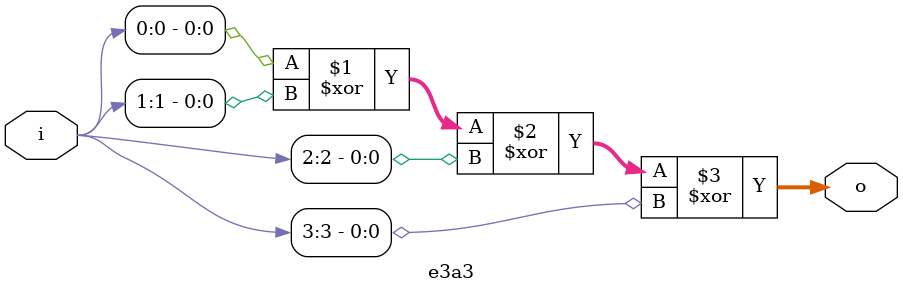
<source format=sv>


module tb;
  reg [3:0] in;
  wire o;
  initial begin
    $dumpfile("dump.vcd");
    $dumpvars(1, tb);
    #00 in = 4'b0000;
    #10 in = 4'b1101;
    #10 in = 4'b1010;
    #10 in = 4'b0110;
    #10 in = 4'b1001;
    #10 in = 4'b1011;
    #10 in = 4'b1111;
    #10 $stop;
  end
  e3a3 U1(o, in);
endmodule

// Design

module e3a3(output [3:0]o, input [3:0]i);
  assign o = (((i[0] ^ i[1]) ^ i[2]) ^ i[3]);
endmodule

// Code by arcenter
// https://github.com/arcenter/UniCode/

</source>
